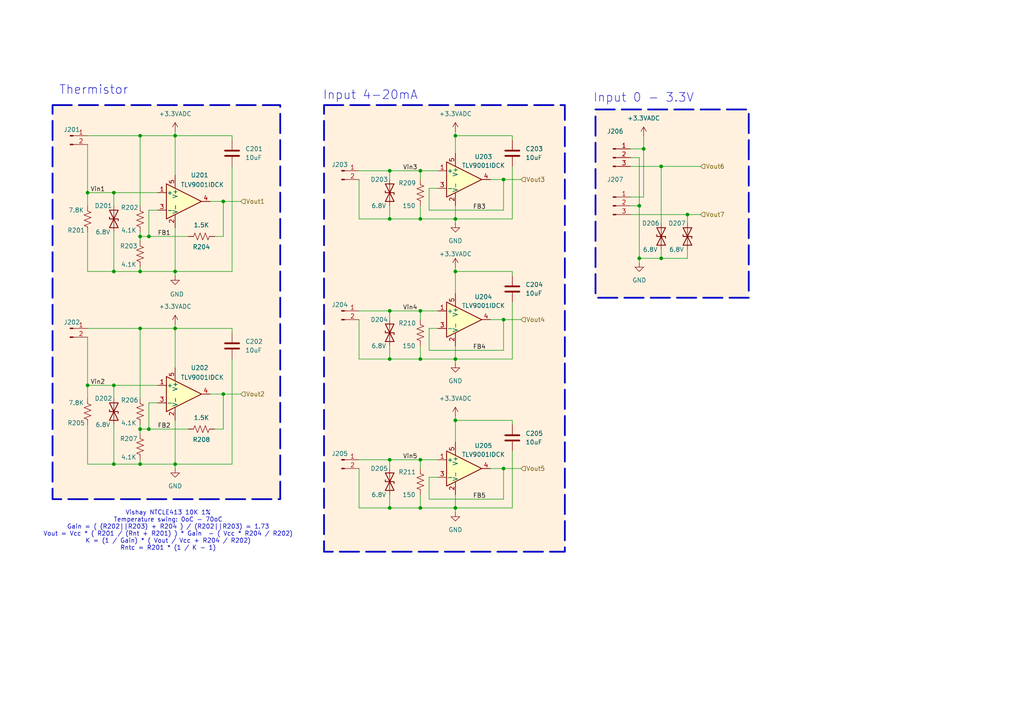
<source format=kicad_sch>
(kicad_sch (version 20231120) (generator "eeschema") (generator_version "8.0")
  (paper "A4")
  (lib_symbols
    (symbol "Amplifier_Operational:TLV9001IDCK" (pin_names (offset 0.127))
      (property "Reference" "U" (at 7.62 2.54 0))
      (property "Value" "TLV9001IDCK" (at 11.43 -2.54 0))
      (symbol "TLV9001IDCK_0_1"
        (polyline (pts (xy -2.54 5.08) (xy -2.54 -5.08) (xy 7.62 0) (xy -2.54 5.08)) (stroke (width 0.254)) (fill (type background)))
      )
      (symbol "TLV9001IDCK_1_1"
        (pin input line (at -5.08 2.54 0) (length 2.54) (name "+") (number "1"))
        (pin power_in line (at 0 -7.62 90) (length 3.81) (name "V-") (number "2"))
        (pin input line (at -5.08 -2.54 0) (length 2.54) (name "-") (number "3"))
        (pin output line (at 10.16 0 180) (length 2.54) (name "~") (number "4"))
        (pin power_in line (at 0 7.62 270) (length 3.81) (name "V+") (number "5"))
      )
    )
    (symbol "Connector:Conn_01x02_Pin" (pin_names (offset 1.016) hide)
      (property "Reference" "J" (at 0 2.54 0))
      (property "Value" "Conn_01x02_Pin" (at 0 -5.08 0))
      (symbol "Conn_01x02_Pin_1_1"
        (polyline (pts (xy 1.27 -2.54) (xy 0.8636 -2.54)) (stroke (width 0.1524)))
        (polyline (pts (xy 1.27 0) (xy 0.8636 0)) (stroke (width 0.1524)))
        (rectangle (start 0.8636 -2.413) (end 0 -2.667) (stroke (width 0.1524)) (fill (type outline)))
        (rectangle (start 0.8636 0.127) (end 0 -0.127) (stroke (width 0.1524)) (fill (type outline)))
        (pin passive line (at 5.08 0 180) (length 3.81) (name "Pin_1") (number "1"))
        (pin passive line (at 5.08 -2.54 180) (length 3.81) (name "Pin_2") (number "2"))
      )
    )
    (symbol "Connector:Conn_01x03_Pin" (pin_names (offset 1.016) hide)
      (property "Reference" "J" (at 0 5.08 0))
      (property "Value" "Conn_01x03_Pin" (at 0 -5.08 0))
      (symbol "Conn_01x03_Pin_1_1"
        (polyline (pts (xy 1.27 -2.54) (xy 0.8636 -2.54)) (stroke (width 0.1524)))
        (polyline (pts (xy 1.27 0) (xy 0.8636 0)) (stroke (width 0.1524)))
        (polyline (pts (xy 1.27 2.54) (xy 0.8636 2.54)) (stroke (width 0.1524)))
        (rectangle (start 0.8636 -2.413) (end 0 -2.667) (stroke (width 0.1524)) (fill (type outline)))
        (rectangle (start 0.8636 0.127) (end 0 -0.127) (stroke (width 0.1524)) (fill (type outline)))
        (rectangle (start 0.8636 2.667) (end 0 2.413) (stroke (width 0.1524)) (fill (type outline)))
        (pin passive line (at 5.08 2.54 180) (length 3.81) (name "Pin_1") (number "1"))
        (pin passive line (at 5.08 0 180) (length 3.81) (name "Pin_2") (number "2"))
        (pin passive line (at 5.08 -2.54 180) (length 3.81) (name "Pin_3") (number "3"))
      )
    )
    (symbol "Device:C" (pin_numbers hide) (pin_names (offset 0.254))
      (property "Reference" "C" (at 0.635 2.54 0))
      (property "Value" "C" (at 0.635 -2.54 0))
      (symbol "C_0_1"
        (polyline (pts (xy -2.032 -0.762) (xy 2.032 -0.762)) (stroke (width 0.508)))
        (polyline (pts (xy -2.032 0.762) (xy 2.032 0.762)) (stroke (width 0.508)))
      )
      (symbol "C_1_1"
        (pin passive line (at 0 3.81 270) (length 2.794) (name "~") (number "1"))
        (pin passive line (at 0 -3.81 90) (length 2.794) (name "~") (number "2"))
      )
    )
    (symbol "Device:D_TVS" (pin_numbers hide) (pin_names (offset 1.016) hide)
      (property "Reference" "D" (at 0 2.54 0))
      (property "Value" "D_TVS" (at 0 -2.54 0))
      (symbol "D_TVS_0_1"
        (polyline (pts (xy 1.27 0) (xy -1.27 0)))
        (polyline (pts (xy 0.508 1.27) (xy 0 1.27) (xy 0 -1.27) (xy -0.508 -1.27)) (stroke (width 0.254)))
        (polyline (pts (xy -2.54 1.27) (xy -2.54 -1.27) (xy 2.54 1.27) (xy 2.54 -1.27) (xy -2.54 1.27)) (stroke (width 0.254)))
      )
      (symbol "D_TVS_1_1"
        (pin passive line (at -3.81 0 0) (length 2.54) (name "A1") (number "1"))
        (pin passive line (at 3.81 0 180) (length 2.54) (name "A2") (number "2"))
      )
    )
    (symbol "Device:R_US" (pin_numbers hide) (pin_names (offset 0))
      (property "Reference" "R" (at 2.54 0 90))
      (property "Value" "R_US" (at -2.54 0 90))
      (symbol "R_US_0_1"
        (polyline (pts (xy 0 -2.286) (xy 0 -2.54)))
        (polyline (pts (xy 0 2.286) (xy 0 2.54)))
        (polyline (pts (xy 0 -0.762) (xy 1.016 -1.143) (xy 0 -1.524) (xy -1.016 -1.905) (xy 0 -2.286)))
        (polyline (pts (xy 0 0.762) (xy 1.016 0.381) (xy 0 0) (xy -1.016 -0.381) (xy 0 -0.762)))
        (polyline (pts (xy 0 2.286) (xy 1.016 1.905) (xy 0 1.524) (xy -1.016 1.143) (xy 0 0.762)))
      )
      (symbol "R_US_1_1"
        (pin passive line (at 0 3.81 270) (length 1.27) (name "~") (number "1"))
        (pin passive line (at 0 -3.81 90) (length 1.27) (name "~") (number "2"))
      )
    )
    (symbol "power:+3.3VADC" (power) (pin_numbers hide) (pin_names (offset 0) hide)
      (property "Value" "+3.3VADC" (at 0 3.556 0))
      (symbol "+3.3VADC_0_0"
        (pin power_in line (at 0 0 90) (length 0) (name "~") (number "1"))
      )
      (symbol "+3.3VADC_0_1"
        (polyline (pts (xy -0.762 1.27) (xy 0 2.54)))
        (polyline (pts (xy 0 0) (xy 0 2.54)))
        (polyline (pts (xy 0 2.54) (xy 0.762 1.27)))
      )
    )
    (symbol "power:GND" (power) (pin_numbers hide) (pin_names (offset 0) hide)
      (property "Value" "GND" (at 0 -3.81 0))
      (symbol "GND_0_1"
        (polyline (pts (xy 0 0) (xy 0 -1.27) (xy 1.27 -1.27) (xy 0 -2.54) (xy -1.27 -1.27) (xy 0 -1.27)))
      )
      (symbol "GND_1_1"
        (pin power_in line (at 0 0 270) (length 0) (name "~") (number "1"))
      )
    )
  )
  (junction (at 113.03 90.17))
  (junction (at 40.64 124.46))
  (junction (at 121.92 133.35))
  (junction (at 121.92 63.5))
  (junction (at 25.4 55.88))
  (junction (at 40.64 68.58))
  (junction (at 132.08 78.74))
  (junction (at 146.05 135.89))
  (junction (at 64.77 114.3))
  (junction (at 33.02 111.76))
  (junction (at 50.8 39.37))
  (junction (at 50.8 78.74))
  (junction (at 40.64 134.62))
  (junction (at 121.92 147.32))
  (junction (at 146.05 92.71))
  (junction (at 33.02 55.88))
  (junction (at 40.64 95.25))
  (junction (at 185.42 59.69))
  (junction (at 146.05 52.07))
  (junction (at 43.18 124.46))
  (junction (at 132.08 39.37))
  (junction (at 191.77 48.26))
  (junction (at 113.03 49.53))
  (junction (at 50.8 134.62))
  (junction (at 64.77 58.42))
  (junction (at 132.08 104.14))
  (junction (at 33.02 134.62))
  (junction (at 113.03 133.35))
  (junction (at 132.08 63.5))
  (junction (at 50.8 95.25))
  (junction (at 113.03 104.14))
  (junction (at 25.4 111.76))
  (junction (at 132.08 121.92))
  (junction (at 132.08 147.32))
  (junction (at 113.03 63.5))
  (junction (at 191.77 74.93))
  (junction (at 199.39 62.23))
  (junction (at 121.92 49.53))
  (junction (at 113.03 147.32))
  (junction (at 40.64 78.74))
  (junction (at 186.69 43.18))
  (junction (at 121.92 104.14))
  (junction (at 185.42 74.93))
  (junction (at 33.02 78.74))
  (junction (at 121.92 90.17))
  (junction (at 43.18 68.58))
  (junction (at 40.64 39.37))
  (wire (pts (xy 113.03 49.53) (xy 121.92 49.53)))
  (wire (pts (xy 185.42 74.93) (xy 185.42 76.2)))
  (wire (pts (xy 132.08 104.14) (xy 132.08 100.33)))
  (wire (pts (xy 132.08 120.65) (xy 132.08 121.92)))
  (wire (pts (xy 50.8 66.04) (xy 50.8 78.74)))
  (wire (pts (xy 50.8 134.62) (xy 40.64 134.62)))
  (wire (pts (xy 132.08 77.47) (xy 132.08 78.74)))
  (wire (pts (xy 132.08 147.32) (xy 132.08 148.59)))
  (wire (pts (xy 40.64 123.19) (xy 40.64 124.46)))
  (wire (pts (xy 33.02 134.62) (xy 40.64 134.62)))
  (wire (pts (xy 121.92 90.17) (xy 121.92 92.71)))
  (wire (pts (xy 121.92 133.35) (xy 127 133.35)))
  (wire (pts (xy 146.05 92.71) (xy 146.05 101.6)))
  (wire (pts (xy 43.18 124.46) (xy 54.61 124.46)))
  (wire (pts (xy 40.64 95.25) (xy 50.8 95.25)))
  (wire (pts (xy 50.8 95.25) (xy 50.8 106.68)))
  (wire (pts (xy 25.4 78.74) (xy 33.02 78.74)))
  (wire (pts (xy 33.02 67.31) (xy 33.02 78.74)))
  (wire (pts (xy 113.03 63.5) (xy 121.92 63.5)))
  (wire (pts (xy 182.88 45.72) (xy 185.42 45.72)))
  (wire (pts (xy 132.08 38.1) (xy 132.08 39.37)))
  (wire (pts (xy 40.64 39.37) (xy 40.64 59.69)))
  (wire (pts (xy 43.18 68.58) (xy 54.61 68.58)))
  (wire (pts (xy 67.31 95.25) (xy 50.8 95.25)))
  (wire (pts (xy 148.59 147.32) (xy 132.08 147.32)))
  (wire (pts (xy 186.69 57.15) (xy 186.69 43.18)))
  (wire (pts (xy 148.59 80.01) (xy 148.59 78.74)))
  (wire (pts (xy 124.46 60.96) (xy 124.46 54.61)))
  (wire (pts (xy 146.05 92.71) (xy 151.13 92.71)))
  (wire (pts (xy 40.64 95.25) (xy 40.64 115.57)))
  (wire (pts (xy 146.05 52.07) (xy 151.13 52.07)))
  (wire (pts (xy 104.14 52.07) (xy 104.14 63.5)))
  (wire (pts (xy 33.02 78.74) (xy 40.64 78.74)))
  (wire (pts (xy 25.4 41.91) (xy 25.4 55.88)))
  (wire (pts (xy 124.46 138.43) (xy 127 138.43)))
  (wire (pts (xy 113.03 133.35) (xy 113.03 135.89)))
  (wire (pts (xy 124.46 144.78) (xy 124.46 138.43)))
  (wire (pts (xy 148.59 48.26) (xy 148.59 63.5)))
  (wire (pts (xy 113.03 133.35) (xy 121.92 133.35)))
  (wire (pts (xy 64.77 58.42) (xy 69.85 58.42)))
  (wire (pts (xy 50.8 121.92) (xy 50.8 134.62)))
  (wire (pts (xy 67.31 134.62) (xy 50.8 134.62)))
  (wire (pts (xy 132.08 104.14) (xy 132.08 105.41)))
  (wire (pts (xy 121.92 104.14) (xy 132.08 104.14)))
  (wire (pts (xy 40.64 68.58) (xy 43.18 68.58)))
  (wire (pts (xy 104.14 133.35) (xy 113.03 133.35)))
  (wire (pts (xy 113.03 90.17) (xy 113.03 92.71)))
  (wire (pts (xy 148.59 123.19) (xy 148.59 121.92)))
  (wire (pts (xy 104.14 92.71) (xy 104.14 104.14)))
  (wire (pts (xy 104.14 135.89) (xy 104.14 147.32)))
  (wire (pts (xy 199.39 62.23) (xy 199.39 64.77)))
  (wire (pts (xy 191.77 72.39) (xy 191.77 74.93)))
  (wire (pts (xy 104.14 90.17) (xy 113.03 90.17)))
  (wire (pts (xy 25.4 55.88) (xy 25.4 59.69)))
  (wire (pts (xy 60.96 58.42) (xy 64.77 58.42)))
  (wire (pts (xy 124.46 95.25) (xy 127 95.25)))
  (wire (pts (xy 113.03 143.51) (xy 113.03 147.32)))
  (wire (pts (xy 132.08 147.32) (xy 132.08 143.51)))
  (wire (pts (xy 25.4 39.37) (xy 40.64 39.37)))
  (wire (pts (xy 185.42 45.72) (xy 185.42 59.69)))
  (wire (pts (xy 25.4 111.76) (xy 25.4 115.57)))
  (wire (pts (xy 121.92 100.33) (xy 121.92 104.14)))
  (wire (pts (xy 121.92 147.32) (xy 132.08 147.32)))
  (wire (pts (xy 121.92 49.53) (xy 121.92 52.07)))
  (wire (pts (xy 113.03 90.17) (xy 121.92 90.17)))
  (wire (pts (xy 132.08 78.74) (xy 132.08 85.09)))
  (wire (pts (xy 148.59 40.64) (xy 148.59 39.37)))
  (wire (pts (xy 146.05 60.96) (xy 124.46 60.96)))
  (wire (pts (xy 67.31 104.14) (xy 67.31 134.62)))
  (wire (pts (xy 148.59 130.81) (xy 148.59 147.32)))
  (wire (pts (xy 104.14 49.53) (xy 113.03 49.53)))
  (wire (pts (xy 182.88 62.23) (xy 199.39 62.23)))
  (wire (pts (xy 104.14 63.5) (xy 113.03 63.5)))
  (wire (pts (xy 113.03 104.14) (xy 121.92 104.14)))
  (wire (pts (xy 185.42 59.69) (xy 185.42 74.93)))
  (wire (pts (xy 40.64 77.47) (xy 40.64 78.74)))
  (wire (pts (xy 113.03 100.33) (xy 113.03 104.14)))
  (wire (pts (xy 43.18 116.84) (xy 43.18 124.46)))
  (wire (pts (xy 199.39 62.23) (xy 203.2 62.23)))
  (wire (pts (xy 182.88 43.18) (xy 186.69 43.18)))
  (wire (pts (xy 43.18 60.96) (xy 43.18 68.58)))
  (wire (pts (xy 25.4 67.31) (xy 25.4 78.74)))
  (wire (pts (xy 25.4 123.19) (xy 25.4 134.62)))
  (wire (pts (xy 67.31 78.74) (xy 50.8 78.74)))
  (wire (pts (xy 64.77 58.42) (xy 64.77 68.58)))
  (wire (pts (xy 132.08 63.5) (xy 132.08 59.69)))
  (wire (pts (xy 142.24 92.71) (xy 146.05 92.71)))
  (wire (pts (xy 199.39 74.93) (xy 191.77 74.93)))
  (wire (pts (xy 67.31 96.52) (xy 67.31 95.25)))
  (wire (pts (xy 64.77 68.58) (xy 62.23 68.58)))
  (wire (pts (xy 124.46 101.6) (xy 124.46 95.25)))
  (wire (pts (xy 148.59 121.92) (xy 132.08 121.92)))
  (wire (pts (xy 148.59 63.5) (xy 132.08 63.5)))
  (wire (pts (xy 191.77 48.26) (xy 191.77 64.77)))
  (wire (pts (xy 148.59 39.37) (xy 132.08 39.37)))
  (wire (pts (xy 50.8 78.74) (xy 50.8 80.01)))
  (wire (pts (xy 185.42 74.93) (xy 191.77 74.93)))
  (wire (pts (xy 142.24 135.89) (xy 146.05 135.89)))
  (wire (pts (xy 182.88 57.15) (xy 186.69 57.15)))
  (wire (pts (xy 33.02 123.19) (xy 33.02 134.62)))
  (wire (pts (xy 142.24 52.07) (xy 146.05 52.07)))
  (wire (pts (xy 25.4 55.88) (xy 33.02 55.88)))
  (wire (pts (xy 50.8 134.62) (xy 50.8 135.89)))
  (wire (pts (xy 113.03 147.32) (xy 121.92 147.32)))
  (wire (pts (xy 113.03 59.69) (xy 113.03 63.5)))
  (wire (pts (xy 25.4 95.25) (xy 40.64 95.25)))
  (wire (pts (xy 40.64 124.46) (xy 40.64 125.73)))
  (wire (pts (xy 146.05 135.89) (xy 151.13 135.89)))
  (wire (pts (xy 148.59 87.63) (xy 148.59 104.14)))
  (wire (pts (xy 182.88 48.26) (xy 191.77 48.26)))
  (wire (pts (xy 67.31 40.64) (xy 67.31 39.37)))
  (wire (pts (xy 50.8 39.37) (xy 50.8 50.8)))
  (wire (pts (xy 132.08 78.74) (xy 148.59 78.74)))
  (wire (pts (xy 132.08 39.37) (xy 132.08 44.45)))
  (wire (pts (xy 182.88 59.69) (xy 185.42 59.69)))
  (wire (pts (xy 104.14 147.32) (xy 113.03 147.32)))
  (wire (pts (xy 104.14 104.14) (xy 113.03 104.14)))
  (wire (pts (xy 33.02 111.76) (xy 33.02 115.57)))
  (wire (pts (xy 60.96 114.3) (xy 64.77 114.3)))
  (wire (pts (xy 121.92 90.17) (xy 127 90.17)))
  (wire (pts (xy 132.08 121.92) (xy 132.08 128.27)))
  (wire (pts (xy 64.77 114.3) (xy 64.77 124.46)))
  (wire (pts (xy 148.59 104.14) (xy 132.08 104.14)))
  (wire (pts (xy 146.05 144.78) (xy 124.46 144.78)))
  (wire (pts (xy 199.39 72.39) (xy 199.39 74.93)))
  (wire (pts (xy 43.18 60.96) (xy 45.72 60.96)))
  (wire (pts (xy 25.4 111.76) (xy 33.02 111.76)))
  (wire (pts (xy 121.92 59.69) (xy 121.92 63.5)))
  (wire (pts (xy 146.05 101.6) (xy 124.46 101.6)))
  (wire (pts (xy 132.08 63.5) (xy 132.08 64.77)))
  (wire (pts (xy 25.4 134.62) (xy 33.02 134.62)))
  (wire (pts (xy 64.77 124.46) (xy 62.23 124.46)))
  (wire (pts (xy 25.4 97.79) (xy 25.4 111.76)))
  (wire (pts (xy 64.77 114.3) (xy 69.85 114.3)))
  (wire (pts (xy 67.31 39.37) (xy 50.8 39.37)))
  (wire (pts (xy 40.64 68.58) (xy 40.64 69.85)))
  (wire (pts (xy 121.92 133.35) (xy 121.92 135.89)))
  (wire (pts (xy 146.05 52.07) (xy 146.05 60.96)))
  (wire (pts (xy 121.92 63.5) (xy 132.08 63.5)))
  (wire (pts (xy 50.8 38.1) (xy 50.8 39.37)))
  (wire (pts (xy 40.64 124.46) (xy 43.18 124.46)))
  (wire (pts (xy 50.8 78.74) (xy 40.64 78.74)))
  (wire (pts (xy 40.64 133.35) (xy 40.64 134.62)))
  (wire (pts (xy 121.92 49.53) (xy 127 49.53)))
  (wire (pts (xy 124.46 54.61) (xy 127 54.61)))
  (wire (pts (xy 67.31 48.26) (xy 67.31 78.74)))
  (wire (pts (xy 121.92 143.51) (xy 121.92 147.32)))
  (wire (pts (xy 33.02 55.88) (xy 33.02 59.69)))
  (wire (pts (xy 43.18 116.84) (xy 45.72 116.84)))
  (wire (pts (xy 191.77 48.26) (xy 203.2 48.26)))
  (wire (pts (xy 33.02 111.76) (xy 45.72 111.76)))
  (wire (pts (xy 186.69 43.18) (xy 186.69 39.37)))
  (wire (pts (xy 40.64 39.37) (xy 50.8 39.37)))
  (wire (pts (xy 50.8 93.98) (xy 50.8 95.25)))
  (wire (pts (xy 146.05 135.89) (xy 146.05 144.78)))
  (wire (pts (xy 40.64 67.31) (xy 40.64 68.58)))
  (wire (pts (xy 113.03 49.53) (xy 113.03 52.07)))
  (wire (pts (xy 33.02 55.88) (xy 45.72 55.88)))
  (rectangle (start 93.98 30.48) (end 163.83 160.02) (stroke (width 0.508) (type dash)) (fill (type color) (color 255 229 191 0.5)))
  (rectangle (start 15.24 30.48) (end 81.28 144.78) (stroke (width 0.508) (type dash)) (fill (type color) (color 255 229 191 0.5)))
  (rectangle (start 172.72 31.75) (end 217.17 86.36) (stroke (width 0.508) (type dash)) (fill (type color) (color 255 229 191 0.5)))
  (text "Vishay NTCLE413 10K 1%\nTemperature swing: 0oC - 70oC\nGain = ( (R202||R203) + R204 ) / (R202||R203) = 1.73\nVout = Vcc * ( R201 / (Rnt + R201) ) * Gain  - ( Vcc * R204 / R202)\nK = (1 / Gain) * ( Vout / Vcc + R204 / R202)\nRntc = R201 * (1 / K - 1)" (at 48.768 153.924 0) (effects (font (size 1.27 1.27))))
  (text "Input 4-20mA\n" (at 107.442 27.686 0) (effects (font (size 2.54 2.54))))
  (text "Input 0 - 3.3V" (at 186.69 28.448 0) (effects (font (size 2.54 2.54))))
  (text "Thermistor" (at 27.178 26.162 0) (effects (font (size 2.54 2.54))))
  (label "FB5" (at 137.16 144.78 0))
  (label "Vin4" (at 116.84 90.17 0))
  (label "Vin1" (at 30.48 55.88 180))
  (label "Vin3" (at 116.84 49.53 0))
  (label "FB4" (at 137.16 101.6 0))
  (label "FB3" (at 137.16 60.96 0))
  (label "FB1" (at 45.72 68.58 0))
  (label "Vin5" (at 116.84 133.35 0))
  (label "FB2" (at 45.72 124.46 0))
  (label "Vin2" (at 30.48 111.76 180))
  (hierarchical_label "Vout4" (shape input) (at 151.13 92.71 0))
  (hierarchical_label "Vout7" (shape input) (at 203.2 62.23 0))
  (hierarchical_label "Vout3" (shape input) (at 151.13 52.07 0))
  (hierarchical_label "Vout5" (shape input) (at 151.13 135.89 0))
  (hierarchical_label "Vout6" (shape input) (at 203.2 48.26 0))
  (hierarchical_label "Vout1" (shape input) (at 69.85 58.42 0))
  (hierarchical_label "Vout2" (shape input) (at 69.85 114.3 0))
  (symbol (lib_id "Device:D_TVS") (at 199.39 68.58 90) (unit 1)
    (property "Reference" "D207" (at 193.802 64.77 90) (effects (justify right)))
    (property "Value" "6.8V" (at 194.056 72.39 90) (effects (justify right)))
    (property "Footprint" "Diode_SMD:D_SOD-523" (effects (hide yes)))
    (property "Description" "SC1533-01LTG" (effects (hide yes)))
  )
  (symbol (lib_id "power:GND") (at 185.42 76.2 0) (unit 1)
    (property "Reference" "#PWR0212" (effects (hide yes)))
    (property "Value" "GND" (at 185.42 81.28 0))
    (property "Description" "Power symbol creates a global label with name \"GND\" , ground" (effects (hide yes)))
  )
  (symbol (lib_id "Amplifier_Operational:TLV9001IDCK") (at 50.8 58.42 0) (unit 1)
    (property "Reference" "U201" (at 57.912 50.8 0))
    (property "Value" "TLV9001IDCK" (at 58.674 53.594 0))
    (property "Footprint" "Package_TO_SOT_SMD:SOT-353_SC-70-5" (effects (hide yes)))
    (property "Datasheet" "https://www.ti.com/lit/ds/symlink/tlv9001.pdf" (effects (hide yes)))
    (property "Description" "Low-power, Rail-to-Rail, 1MHz Operational Amplifier, SOT-353" (effects (hide yes)))
  )
  (symbol (lib_id "power:+3.3VADC") (at 132.08 38.1 0) (unit 1)
    (property "Reference" "#PWR0206" (effects (hide yes)))
    (property "Value" "+3.3VADC" (at 132.08 33.02 0))
    (property "Description" "Power symbol creates a global label with name \"+3.3VADC\"" (effects (hide yes)))
  )
  (symbol (lib_id "Connector:Conn_01x02_Pin") (at 20.32 95.25 0) (unit 1)
    (property "Reference" "J202" (at 20.828 93.472 0))
    (property "Value" "Conn_01x02_Pin" (effects (hide yes)))
    (property "Footprint" "Connector_Phoenix_MC:PhoenixContact_MC_1,5_2-G-3.81_1x02_P3.81mm_Horizontal" (effects (hide yes)))
    (property "Description" "Generic connector, single row, 01x02, script generated" (effects (hide yes)))
  )
  (symbol (lib_id "Connector:Conn_01x02_Pin") (at 20.32 39.37 0) (unit 1)
    (property "Reference" "J201" (at 20.828 37.592 0))
    (property "Value" "Conn_01x02_Pin" (effects (hide yes)))
    (property "Footprint" "Connector_Phoenix_MC:PhoenixContact_MC_1,5_2-G-3.81_1x02_P3.81mm_Horizontal" (effects (hide yes)))
    (property "Description" "Generic connector, single row, 01x02, script generated" (effects (hide yes)))
  )
  (symbol (lib_id "power:GND") (at 132.08 148.59 0) (unit 1)
    (property "Reference" "#PWR0210" (effects (hide yes)))
    (property "Value" "GND" (at 132.08 153.67 0))
    (property "Description" "Power symbol creates a global label with name \"GND\" , ground" (effects (hide yes)))
  )
  (symbol (lib_id "power:GND") (at 132.08 64.77 0) (unit 1)
    (property "Reference" "#PWR0207" (effects (hide yes)))
    (property "Value" "GND" (at 132.08 69.85 0))
    (property "Description" "Power symbol creates a global label with name \"GND\" , ground" (effects (hide yes)))
  )
  (symbol (lib_id "Connector:Conn_01x02_Pin") (at 99.06 133.35 0) (unit 1)
    (property "Reference" "J205" (at 98.552 131.572 0))
    (property "Value" "Conn_01x02_Pin" (effects (hide yes)))
    (property "Footprint" "Connector_Phoenix_MC:PhoenixContact_MC_1,5_2-G-3.81_1x02_P3.81mm_Horizontal" (effects (hide yes)))
    (property "Description" "Generic connector, single row, 01x02, script generated" (effects (hide yes)))
  )
  (symbol (lib_id "Device:R_US") (at 25.4 63.5 180) (unit 1)
    (property "Reference" "R201" (at 22.098 66.802 0))
    (property "Value" "7.8K" (at 22.098 60.96 0))
    (property "Footprint" "Resistor_SMD:R_0805_2012Metric_Pad1.20x1.40mm_HandSolder" (effects (hide yes)))
    (property "Description" "Resistor, US symbol" (effects (hide yes)))
  )
  (symbol (lib_id "power:GND") (at 50.8 80.01 0) (unit 1)
    (property "Reference" "#PWR0202" (effects (hide yes)))
    (property "Value" "GND" (at 51.308 85.344 0))
    (property "Description" "Power symbol creates a global label with name \"GND\" , ground" (effects (hide yes)))
  )
  (symbol (lib_id "power:+3.3VADC") (at 132.08 120.65 0) (unit 1)
    (property "Reference" "#PWR0209" (effects (hide yes)))
    (property "Value" "+3.3VADC" (at 132.08 115.57 0))
    (property "Description" "Power symbol creates a global label with name \"+3.3VADC\"" (effects (hide yes)))
  )
  (symbol (lib_id "Device:D_TVS") (at 33.02 63.5 90) (unit 1)
    (property "Reference" "D201" (at 27.432 59.69 90) (effects (justify right)))
    (property "Value" "6.8V" (at 27.686 67.31 90) (effects (justify right)))
    (property "Footprint" "Diode_SMD:D_SOD-523" (effects (hide yes)))
    (property "Description" "SC1533-01LTG" (effects (hide yes)))
  )
  (symbol (lib_id "Device:D_TVS") (at 113.03 96.52 90) (unit 1)
    (property "Reference" "D204" (at 107.442 92.71 90) (effects (justify right)))
    (property "Value" "6.8V" (at 107.696 100.33 90) (effects (justify right)))
    (property "Footprint" "Diode_SMD:D_SOD-523" (effects (hide yes)))
    (property "Description" "SC1533-01LTG" (effects (hide yes)))
  )
  (symbol (lib_id "power:+3.3VADC") (at 186.69 39.37 0) (unit 1)
    (property "Reference" "#PWR0211" (effects (hide yes)))
    (property "Value" "+3.3VADC" (at 186.69 34.29 0))
    (property "Description" "Power symbol creates a global label with name \"+3.3VADC\"" (effects (hide yes)))
  )
  (symbol (lib_id "Device:R_US") (at 58.42 124.46 90) (unit 1)
    (property "Reference" "R208" (at 58.42 127.508 90))
    (property "Value" "1.5K" (at 58.42 121.158 90))
    (property "Footprint" "Resistor_SMD:R_0805_2012Metric_Pad1.20x1.40mm_HandSolder" (effects (hide yes)))
    (property "Description" "Resistor, US symbol" (effects (hide yes)))
  )
  (symbol (lib_id "Device:R_US") (at 121.92 55.88 180) (unit 1)
    (property "Reference" "R209" (at 118.11 53.086 0))
    (property "Value" "150" (at 118.618 59.69 0))
    (property "Footprint" "Resistor_SMD:R_0805_2012Metric_Pad1.20x1.40mm_HandSolder" (effects (hide yes)))
    (property "Description" "Resistor, US symbol" (effects (hide yes)))
  )
  (symbol (lib_id "Device:R_US") (at 40.64 119.38 180) (unit 1)
    (property "Reference" "R206" (at 37.592 116.078 0))
    (property "Value" "4.1K" (at 37.338 122.682 0))
    (property "Footprint" "Resistor_SMD:R_0805_2012Metric_Pad1.20x1.40mm_HandSolder" (effects (hide yes)))
    (property "Description" "Resistor, US symbol" (effects (hide yes)))
  )
  (symbol (lib_id "Device:R_US") (at 40.64 129.54 180) (unit 1)
    (property "Reference" "R207" (at 37.338 127.254 0))
    (property "Value" "4.1K" (at 37.338 132.588 0))
    (property "Footprint" "Resistor_SMD:R_0805_2012Metric_Pad1.20x1.40mm_HandSolder" (effects (hide yes)))
    (property "Description" "Resistor, US symbol" (effects (hide yes)))
  )
  (symbol (lib_id "Device:R_US") (at 58.42 68.58 90) (unit 1)
    (property "Reference" "R204" (at 58.42 71.628 90))
    (property "Value" "1.5K" (at 58.42 65.278 90))
    (property "Footprint" "Resistor_SMD:R_0805_2012Metric_Pad1.20x1.40mm_HandSolder" (effects (hide yes)))
    (property "Description" "Resistor, US symbol" (effects (hide yes)))
  )
  (symbol (lib_id "Device:C") (at 67.31 100.33 0) (unit 1)
    (property "Reference" "C202" (at 71.12 99.0599 0) (effects (justify left)))
    (property "Value" "10uF" (at 71.12 101.5999 0) (effects (justify left)))
    (property "Footprint" "Capacitor_SMD:C_0805_2012Metric_Pad1.18x1.45mm_HandSolder" (effects (hide yes)))
    (property "Description" "Unpolarized capacitor" (effects (hide yes)))
  )
  (symbol (lib_id "Amplifier_Operational:TLV9001IDCK") (at 132.08 52.07 0) (unit 1)
    (property "Reference" "U203" (at 140.208 45.466 0))
    (property "Value" "TLV9001IDCK" (at 140.208 48.006 0))
    (property "Footprint" "Package_TO_SOT_SMD:SOT-353_SC-70-5" (effects (hide yes)))
    (property "Datasheet" "https://www.ti.com/lit/ds/symlink/tlv9001.pdf" (effects (hide yes)))
    (property "Description" "Low-power, Rail-to-Rail, 1MHz Operational Amplifier, SOT-353" (effects (hide yes)))
  )
  (symbol (lib_id "Device:C") (at 148.59 83.82 0) (unit 1)
    (property "Reference" "C204" (at 152.4 82.5499 0) (effects (justify left)))
    (property "Value" "10uF" (at 152.4 85.0899 0) (effects (justify left)))
    (property "Footprint" "Capacitor_SMD:C_0805_2012Metric_Pad1.18x1.45mm_HandSolder" (effects (hide yes)))
    (property "Description" "Unpolarized capacitor" (effects (hide yes)))
  )
  (symbol (lib_id "power:+3.3VADC") (at 50.8 38.1 0) (unit 1)
    (property "Reference" "#PWR0201" (effects (hide yes)))
    (property "Value" "+3.3VADC" (at 50.8 33.02 0))
    (property "Description" "Power symbol creates a global label with name \"+3.3VADC\"" (effects (hide yes)))
  )
  (symbol (lib_id "power:GND") (at 50.8 135.89 0) (unit 1)
    (property "Reference" "#PWR0204" (effects (hide yes)))
    (property "Value" "GND" (at 50.8 140.97 0))
    (property "Description" "Power symbol creates a global label with name \"GND\" , ground" (effects (hide yes)))
  )
  (symbol (lib_id "Connector:Conn_01x03_Pin") (at 177.8 59.69 0) (unit 1)
    (property "Reference" "J207" (at 178.435 52.07 0))
    (property "Value" "Conn_01x03_Pin" (effects (hide yes)))
    (property "Footprint" "Connector_Phoenix_MC:PhoenixContact_MC_1,5_3-G-3.81_1x03_P3.81mm_Horizontal" (effects (hide yes)))
    (property "Description" "Generic connector, single row, 01x03, script generated" (effects (hide yes)))
  )
  (symbol (lib_id "Connector:Conn_01x03_Pin") (at 177.8 45.72 0) (unit 1)
    (property "Reference" "J206" (at 178.435 38.1 0))
    (property "Value" "Conn_01x03_Pin" (effects (hide yes)))
    (property "Footprint" "Connector_Phoenix_MC:PhoenixContact_MC_1,5_3-G-3.81_1x03_P3.81mm_Horizontal" (effects (hide yes)))
    (property "Description" "Generic connector, single row, 01x03, script generated" (effects (hide yes)))
  )
  (symbol (lib_id "Device:R_US") (at 40.64 63.5 180) (unit 1)
    (property "Reference" "R202" (at 37.592 60.198 0))
    (property "Value" "4.1K" (at 37.338 66.802 0))
    (property "Footprint" "Resistor_SMD:R_0805_2012Metric_Pad1.20x1.40mm_HandSolder" (effects (hide yes)))
    (property "Description" "Resistor, US symbol" (effects (hide yes)))
  )
  (symbol (lib_id "Device:R_US") (at 121.92 139.7 180) (unit 1)
    (property "Reference" "R211" (at 118.11 136.906 0))
    (property "Value" "150" (at 118.618 143.51 0))
    (property "Footprint" "Resistor_SMD:R_0805_2012Metric_Pad1.20x1.40mm_HandSolder" (effects (hide yes)))
    (property "Description" "Resistor, US symbol" (effects (hide yes)))
  )
  (symbol (lib_id "power:+3.3VADC") (at 132.08 77.47 0) (unit 1)
    (property "Reference" "#PWR0205" (effects (hide yes)))
    (property "Value" "+3.3VADC" (at 132.08 73.66 0))
    (property "Description" "Power symbol creates a global label with name \"+3.3VADC\"" (effects (hide yes)))
  )
  (symbol (lib_id "Device:C") (at 148.59 127 0) (unit 1)
    (property "Reference" "C205" (at 152.4 125.7299 0) (effects (justify left)))
    (property "Value" "10uF" (at 152.4 128.2699 0) (effects (justify left)))
    (property "Footprint" "Capacitor_SMD:C_0805_2012Metric_Pad1.18x1.45mm_HandSolder" (effects (hide yes)))
    (property "Description" "Unpolarized capacitor" (effects (hide yes)))
  )
  (symbol (lib_id "Amplifier_Operational:TLV9001IDCK") (at 132.08 92.71 0) (unit 1)
    (property "Reference" "U204" (at 140.208 86.106 0))
    (property "Value" "TLV9001IDCK" (at 140.208 88.646 0))
    (property "Footprint" "Package_TO_SOT_SMD:SOT-353_SC-70-5" (effects (hide yes)))
    (property "Datasheet" "https://www.ti.com/lit/ds/symlink/tlv9001.pdf" (effects (hide yes)))
    (property "Description" "Low-power, Rail-to-Rail, 1MHz Operational Amplifier, SOT-353" (effects (hide yes)))
  )
  (symbol (lib_id "Connector:Conn_01x02_Pin") (at 99.06 90.17 0) (unit 1)
    (property "Reference" "J204" (at 98.552 88.392 0))
    (property "Value" "Conn_01x02_Pin" (effects (hide yes)))
    (property "Footprint" "Connector_Phoenix_MC:PhoenixContact_MC_1,5_2-G-3.81_1x02_P3.81mm_Horizontal" (effects (hide yes)))
    (property "Description" "Generic connector, single row, 01x02, script generated" (effects (hide yes)))
  )
  (symbol (lib_id "power:+3.3VADC") (at 50.8 93.98 0) (unit 1)
    (property "Reference" "#PWR0203" (effects (hide yes)))
    (property "Value" "+3.3VADC" (at 50.8 88.9 0))
    (property "Description" "Power symbol creates a global label with name \"+3.3VADC\"" (effects (hide yes)))
  )
  (symbol (lib_id "Device:C") (at 67.31 44.45 0) (unit 1)
    (property "Reference" "C201" (at 71.12 43.1799 0) (effects (justify left)))
    (property "Value" "10uF" (at 71.12 45.7199 0) (effects (justify left)))
    (property "Footprint" "Capacitor_SMD:C_0805_2012Metric_Pad1.18x1.45mm_HandSolder" (effects (hide yes)))
    (property "Description" "Unpolarized capacitor" (effects (hide yes)))
  )
  (symbol (lib_id "Device:D_TVS") (at 113.03 139.7 90) (unit 1)
    (property "Reference" "D205" (at 107.442 135.89 90) (effects (justify right)))
    (property "Value" "6.8V" (at 107.696 143.51 90) (effects (justify right)))
    (property "Footprint" "Diode_SMD:D_SOD-523" (effects (hide yes)))
    (property "Description" "SC1533-01LTG" (effects (hide yes)))
  )
  (symbol (lib_id "Device:C") (at 148.59 44.45 0) (unit 1)
    (property "Reference" "C203" (at 152.4 43.1799 0) (effects (justify left)))
    (property "Value" "10uF" (at 152.4 45.7199 0) (effects (justify left)))
    (property "Footprint" "Capacitor_SMD:C_0805_2012Metric_Pad1.18x1.45mm_HandSolder" (effects (hide yes)))
    (property "Description" "Unpolarized capacitor" (effects (hide yes)))
  )
  (symbol (lib_id "Amplifier_Operational:TLV9001IDCK") (at 50.8 114.3 0) (unit 1)
    (property "Reference" "U202" (at 57.912 106.68 0))
    (property "Value" "TLV9001IDCK" (at 58.674 109.474 0))
    (property "Footprint" "Package_TO_SOT_SMD:SOT-353_SC-70-5" (effects (hide yes)))
    (property "Datasheet" "https://www.ti.com/lit/ds/symlink/tlv9001.pdf" (effects (hide yes)))
    (property "Description" "Low-power, Rail-to-Rail, 1MHz Operational Amplifier, SOT-353" (effects (hide yes)))
  )
  (symbol (lib_id "Device:D_TVS") (at 33.02 119.38 90) (unit 1)
    (property "Reference" "D202" (at 27.432 115.57 90) (effects (justify right)))
    (property "Value" "6.8V" (at 27.686 123.19 90) (effects (justify right)))
    (property "Footprint" "Diode_SMD:D_SOD-523" (effects (hide yes)))
    (property "Description" "SC1533-01LTG" (effects (hide yes)))
  )
  (symbol (lib_id "Device:R_US") (at 121.92 96.52 180) (unit 1)
    (property "Reference" "R210" (at 118.11 93.726 0))
    (property "Value" "150" (at 118.618 100.33 0))
    (property "Footprint" "Resistor_SMD:R_0805_2012Metric_Pad1.20x1.40mm_HandSolder" (effects (hide yes)))
    (property "Description" "Resistor, US symbol" (effects (hide yes)))
  )
  (symbol (lib_id "Device:R_US") (at 25.4 119.38 180) (unit 1)
    (property "Reference" "R205" (at 22.098 122.682 0))
    (property "Value" "7.8K" (at 22.098 116.84 0))
    (property "Footprint" "Resistor_SMD:R_0805_2012Metric_Pad1.20x1.40mm_HandSolder" (effects (hide yes)))
    (property "Description" "Resistor, US symbol" (effects (hide yes)))
  )
  (symbol (lib_id "Amplifier_Operational:TLV9001IDCK") (at 132.08 135.89 0) (unit 1)
    (property "Reference" "U205" (at 140.208 129.286 0))
    (property "Value" "TLV9001IDCK" (at 140.208 131.826 0))
    (property "Footprint" "Package_TO_SOT_SMD:SOT-353_SC-70-5" (effects (hide yes)))
    (property "Datasheet" "https://www.ti.com/lit/ds/symlink/tlv9001.pdf" (effects (hide yes)))
    (property "Description" "Low-power, Rail-to-Rail, 1MHz Operational Amplifier, SOT-353" (effects (hide yes)))
  )
  (symbol (lib_id "power:GND") (at 132.08 105.41 0) (unit 1)
    (property "Reference" "#PWR0208" (effects (hide yes)))
    (property "Value" "GND" (at 132.08 110.49 0))
    (property "Description" "Power symbol creates a global label with name \"GND\" , ground" (effects (hide yes)))
  )
  (symbol (lib_id "Device:R_US") (at 40.64 73.66 180) (unit 1)
    (property "Reference" "R203" (at 37.338 71.374 0))
    (property "Value" "4.1K" (at 37.338 76.708 0))
    (property "Footprint" "Resistor_SMD:R_0805_2012Metric_Pad1.20x1.40mm_HandSolder" (effects (hide yes)))
    (property "Description" "Resistor, US symbol" (effects (hide yes)))
  )
  (symbol (lib_id "Connector:Conn_01x02_Pin") (at 99.06 49.53 0) (unit 1)
    (property "Reference" "J203" (at 98.552 47.752 0))
    (property "Value" "Conn_01x02_Pin" (effects (hide yes)))
    (property "Footprint" "Connector_Phoenix_MC:PhoenixContact_MC_1,5_2-G-3.81_1x02_P3.81mm_Horizontal" (effects (hide yes)))
    (property "Description" "Generic connector, single row, 01x02, script generated" (effects (hide yes)))
  )
  (symbol (lib_id "Device:D_TVS") (at 191.77 68.58 90) (unit 1)
    (property "Reference" "D206" (at 186.182 64.77 90) (effects (justify right)))
    (property "Value" "6.8V" (at 186.436 72.39 90) (effects (justify right)))
    (property "Footprint" "Diode_SMD:D_SOD-523" (effects (hide yes)))
    (property "Description" "SC1533-01LTG" (effects (hide yes)))
  )
  (symbol (lib_id "Device:D_TVS") (at 113.03 55.88 90) (unit 1)
    (property "Reference" "D203" (at 107.442 52.07 90) (effects (justify right)))
    (property "Value" "6.8V" (at 107.696 59.69 90) (effects (justify right)))
    (property "Footprint" "Diode_SMD:D_SOD-523" (effects (hide yes)))
    (property "Description" "SC1533-01LTG" (effects (hide yes)))
  )
)
</source>
